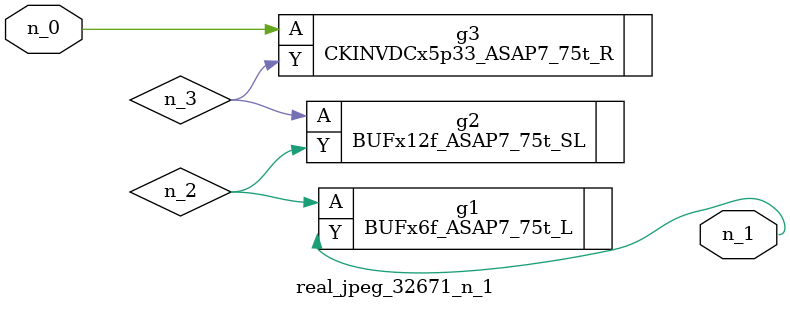
<source format=v>
module real_jpeg_32671_n_1 (n_0, n_1);

input n_0;

output n_1;

wire n_3;
wire n_2;

CKINVDCx5p33_ASAP7_75t_R g3 ( 
.A(n_0),
.Y(n_3)
);

BUFx6f_ASAP7_75t_L g1 ( 
.A(n_2),
.Y(n_1)
);

BUFx12f_ASAP7_75t_SL g2 ( 
.A(n_3),
.Y(n_2)
);


endmodule
</source>
